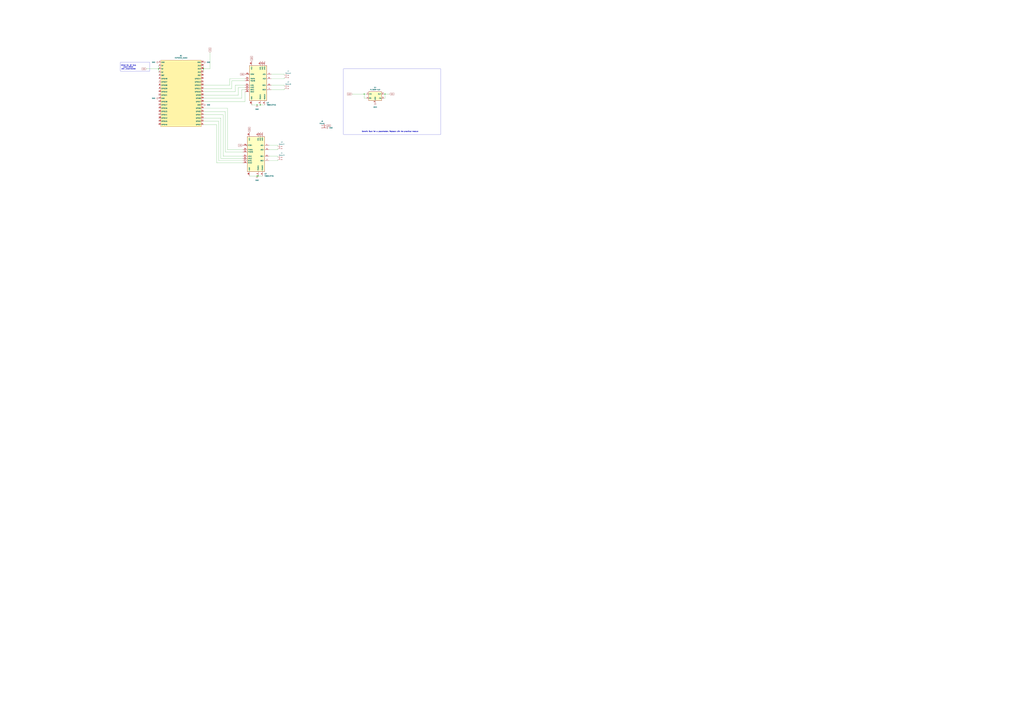
<source format=kicad_sch>
(kicad_sch (version 20250114) (generator "eeschema") (generator_version "9.0")
  (paper "A0")
  (lib_symbols
    (symbol "Connector:Conn_01x02_Pin" (pin_names (offset 1.016) (hide yes))
      (property "Reference" "J" (at 0 2.54 0))
      (property "Value" "Conn_01x02_Pin" (at 0 -5.08 0))
      (symbol "Conn_01x02_Pin_1_1"
        (rectangle (start 0.8636 0.127) (end 0 -0.127) (stroke (width 0.1524)) (fill (type outline)))
        (rectangle (start 0.8636 -2.413) (end 0 -2.667) (stroke (width 0.1524)) (fill (type outline)))
        (polyline (pts (xy 1.27 0) (xy 0.8636 0)) (stroke (width 0.1524)))
        (polyline (pts (xy 1.27 -2.54) (xy 0.8636 -2.54)) (stroke (width 0.1524)))
        (pin passive line (at 5.08 0 180) (length 3.81) (name "Pin_1") (number "1"))
        (pin passive line (at 5.08 -2.54 180) (length 3.81) (name "Pin_2") (number "2"))
      )
    )
    (symbol "Driver_Motor:TB6612FNG" (pin_names (offset 1.016))
      (property "Reference" "U" (at 11.43 17.78 0))
      (property "Value" "TB6612FNG" (at 11.43 15.24 0))
      (symbol "TB6612FNG_0_1"
        (rectangle (start -10.16 20.32) (end 10.16 -20.32) (stroke (width 0.254)) (fill (type background)))
      )
      (symbol "TB6612FNG_1_1"
        (pin input inverted (at -15.24 10.16 0) (length 5.08) (name "STBY") (number "19"))
        (pin input line (at -15.24 5.08 0) (length 5.08) (name "PWMA") (number "23"))
        (pin input line (at -15.24 2.54 0) (length 5.08) (name "PWMB") (number "15"))
        (pin input line (at -15.24 -2.54 0) (length 5.08) (name "AIN1") (number "21"))
        (pin input line (at -15.24 -5.08 0) (length 5.08) (name "AIN2") (number "22"))
        (pin input line (at -15.24 -7.62 0) (length 5.08) (name "BIN1") (number "17"))
        (pin input line (at -15.24 -10.16 0) (length 5.08) (name "BIN2") (number "16"))
        (pin power_in line (at -7.62 25.4 270) (length 5.08) (name "VCC") (number "20"))
        (pin power_in line (at -7.62 -25.4 90) (length 5.08) (name "GND") (number "18"))
        (pin power_in line (at 2.54 25.4 270) (length 5.08) (name "VM1") (number "24"))
        (pin power_in line (at 2.54 -25.4 90) (length 5.08) (name "PGND1") (number "3"))
        (pin passive line (at 2.54 -25.4 90) (length 5.08) (hide yes) (name "PGND1") (number "4"))
        (pin power_in line (at 5.08 25.4 270) (length 5.08) (name "VM2") (number "13"))
        (pin power_in line (at 7.62 25.4 270) (length 5.08) (name "VM3") (number "14"))
        (pin passive line (at 7.62 -25.4 90) (length 5.08) (hide yes) (name "PGND2") (number "10"))
        (pin power_in line (at 7.62 -25.4 90) (length 5.08) (name "PGND2") (number "9"))
        (pin output line (at 15.24 10.16 180) (length 5.08) (name "AO1") (number "1"))
        (pin passive line (at 15.24 10.16 180) (length 5.08) (hide yes) (name "AO1") (number "2"))
        (pin output line (at 15.24 5.08 180) (length 5.08) (name "AO2") (number "5"))
        (pin passive line (at 15.24 5.08 180) (length 5.08) (hide yes) (name "AO2") (number "6"))
        (pin output line (at 15.24 -2.54 180) (length 5.08) (name "BO1") (number "11"))
        (pin passive line (at 15.24 -2.54 180) (length 5.08) (hide yes) (name "BO1") (number "12"))
        (pin output line (at 15.24 -7.62 180) (length 5.08) (name "BO2") (number "7"))
        (pin passive line (at 15.24 -7.62 180) (length 5.08) (hide yes) (name "BO2") (number "8"))
      )
    )
    (symbol "ESP32S3_NANO:ESP32S3_NANO"
      (property "Reference" "B" (at 0 0 0))
      (property "Value" "ESP32S3_NANO" (at 0 0 0))
      (symbol "ESP32S3_NANO_1_1"
        (rectangle (start -22.86 -2.54) (end 24.13 -80.01) (fill (type color) (color 255 244 168 1)))
        (pin passive line (at -25.4 -5.08 0) (length 2.54) (name "GND") (number "1"))
        (pin power_in line (at -25.4 -8.89 0) (length 2.54) (name "5V") (number "2"))
        (pin power_in line (at -25.4 -12.7 0) (length 2.54) (name "5V") (number "3"))
        (pin power_in line (at -25.4 -16.51 0) (length 2.54) (name "5V") (number "4"))
        (pin bidirectional line (at -25.4 -20.32 0) (length 2.54) (name "BOT") (number "5"))
        (pin bidirectional line (at -25.4 -24.13 0) (length 2.54) (name "GPIO48") (number "6"))
        (pin bidirectional line (at -25.4 -27.94 0) (length 2.54) (name "GPIO37") (number "7"))
        (pin bidirectional line (at -25.4 -31.75 0) (length 2.54) (name "GPIO38") (number "8"))
        (pin bidirectional line (at -25.4 -35.56 0) (length 2.54) (name "GPIO39") (number "9"))
        (pin bidirectional line (at -25.4 -39.37 0) (length 2.54) (name "GPIO40") (number "10"))
        (pin bidirectional line (at -25.4 -43.18 0) (length 2.54) (name "GPIO21") (number "11"))
        (pin passive line (at -25.4 -46.99 0) (length 2.54) (name "GND") (number "12"))
        (pin bidirectional line (at -25.4 -50.8 0) (length 2.54) (name "GPIO18") (number "13"))
        (pin bidirectional line (at -25.4 -54.61 0) (length 2.54) (name "GPIO17") (number "14"))
        (pin power_in line (at -25.4 -58.42 0) (length 2.54) (name "GPIO16") (number "15"))
        (pin bidirectional line (at -25.4 -62.23 0) (length 2.54) (name "GPIO15") (number "16"))
        (pin bidirectional line (at -25.4 -66.04 0) (length 2.54) (name "GPIO41") (number "17"))
        (pin bidirectional line (at -25.4 -69.85 0) (length 2.54) (name "GPIO42") (number "18"))
        (pin bidirectional line (at -25.4 -73.66 0) (length 2.54) (name "GPIO45") (number "19"))
        (pin bidirectional line (at -25.4 -77.47 0) (length 2.54) (name "GPIO46") (number "20"))
        (pin output line (at 26.67 -5.08 180) (length 2.54) (name "GND") (number "40"))
        (pin bidirectional line (at 26.67 -8.89 180) (length 2.54) (name "3V3") (number "39"))
        (pin bidirectional line (at 26.67 -12.7 180) (length 2.54) (name "3V3") (number "38"))
        (pin bidirectional line (at 26.67 -16.51 180) (length 2.54) (name "3V3") (number "37"))
        (pin input line (at 26.67 -20.32 180) (length 2.54) (name "RST") (number "36"))
        (pin output line (at 26.67 -24.13 180) (length 2.54) (name "GPIO14") (number "35"))
        (pin output line (at 26.67 -27.94 180) (length 2.54) (name "GPIO13") (number "34"))
        (pin output line (at 26.67 -31.75 180) (length 2.54) (name "GPIO12") (number "33"))
        (pin output line (at 26.67 -35.56 180) (length 2.54) (name "GPIO11") (number "32"))
        (pin output line (at 26.67 -39.37 180) (length 2.54) (name "GPIO10") (number "31"))
        (pin output line (at 26.67 -43.18 180) (length 2.54) (name "GPIO9") (number "30"))
        (pin output line (at 26.67 -46.99 180) (length 2.54) (name "GPIO8") (number "29"))
        (pin output line (at 26.67 -50.8 180) (length 2.54) (name "GPIO7") (number "28"))
        (pin output line (at 26.67 -54.61 180) (length 2.54) (name "GND") (number "27"))
        (pin output line (at 26.67 -58.42 180) (length 2.54) (name "GPIO6") (number "26"))
        (pin output line (at 26.67 -62.23 180) (length 2.54) (name "GPIO5") (number "25"))
        (pin output line (at 26.67 -66.04 180) (length 2.54) (name "GPIO4") (number "24"))
        (pin output line (at 26.67 -69.85 180) (length 2.54) (name "GPIO3") (number "23"))
        (pin output line (at 26.67 -73.66 180) (length 2.54) (name "GPIO2") (number "22"))
        (pin output line (at 26.67 -77.47 180) (length 2.54) (name "GPIO1") (number "21"))
      )
    )
    (symbol "Regulator_Switching:XL1509-5.0"
      (property "Reference" "U" (at -7.112 6.096 0))
      (property "Value" "XL1509-5.0" (at 5.842 6.096 0))
      (symbol "XL1509-5.0_0_1"
        (rectangle (start -7.62 5.08) (end 7.62 -5.08) (stroke (width 0.254)) (fill (type background)))
      )
      (symbol "XL1509-5.0_1_1"
        (pin power_in line (at -10.16 2.54 0) (length 2.54) (name "VIN") (number "1"))
        (pin input line (at -10.16 -2.54 0) (length 2.54) (name "~{EN}") (number "4"))
        (pin power_in line (at 0 -7.62 90) (length 2.54) (name "GND") (number "5"))
        (pin passive line (at 0 -7.62 90) (length 2.54) (hide yes) (name "GND") (number "6"))
        (pin passive line (at 0 -7.62 90) (length 2.54) (hide yes) (name "GND") (number "7"))
        (pin passive line (at 0 -7.62 90) (length 2.54) (hide yes) (name "GND") (number "8"))
        (pin power_out line (at 10.16 2.54 180) (length 2.54) (name "OUT") (number "2"))
        (pin input line (at 10.16 -2.54 180) (length 2.54) (name "FB") (number "3"))
      )
    )
    (symbol "power:GND" (power) (pin_numbers (hide yes)) (pin_names (offset 0) (hide yes))
      (property "Value" "GND" (at 0 -3.81 0))
      (symbol "GND_0_1"
        (polyline (pts (xy 0 0) (xy 0 -1.27) (xy 1.27 -1.27) (xy 0 -2.54) (xy -1.27 -1.27) (xy 0 -1.27)))
      )
      (symbol "GND_1_1"
        (pin power_in line (at 0 0 270) (length 0) (name "~") (number "1"))
      )
    )
  )
  (rectangle (start 398.78 80.01) (end 511.81 156.21))
  (rectangle (start 173.99 72.39) (end 139.7 82.55))
  (text "Either 5V, Or 3v3.\nLeave either \none unconnected" (at 149.352 77.978 0) (effects (font (size 1.27 1.27) (thickness 0.254) (bold yes))))
  (text "Generic Buck for a placeholder. Replace with the practical module" (at 452.882 152.908 0) (effects (font (size 1.27 1.27) (thickness 0.254) (bold yes))))
  (junction (at 299.72 204.47))
  (junction (at 302.26 121.92))
  (junction (at 447.04 109.22))
  (junction (at 298.45 121.92))
  (junction (at 184.15 80.01))
  (junction (at 236.22 80.01))
  (junction (at 298.45 204.47))
  (junction (at 422.91 109.22))
  (wire (pts (xy 312.42 186.69) (xy 322.58 186.69)))
  (wire (pts (xy 302.26 121.92) (xy 307.34 121.92)))
  (wire (pts (xy 236.22 99.06) (xy 266.7 99.06)))
  (wire (pts (xy 284.48 118.11) (xy 284.48 106.68)))
  (wire (pts (xy 298.45 121.92) (xy 302.26 121.92)))
  (wire (pts (xy 322.58 181.61) (xy 322.58 182.88)))
  (wire (pts (xy 266.7 91.44) (xy 284.48 91.44)))
  (wire (pts (xy 256.54 137.16) (xy 236.22 137.16)))
  (wire (pts (xy 236.22 118.11) (xy 284.48 118.11)))
  (wire (pts (xy 314.96 86.36) (xy 330.2 86.36)))
  (wire (pts (xy 184.15 80.01) (xy 184.15 83.82)))
  (wire (pts (xy 312.42 181.61) (xy 322.58 181.61)))
  (wire (pts (xy 236.22 125.73) (xy 264.16 125.73)))
  (wire (pts (xy 280.67 114.3) (xy 280.67 104.14)))
  (wire (pts (xy 236.22 80.01) (xy 236.22 83.82)))
  (wire (pts (xy 251.46 144.78) (xy 236.22 144.78)))
  (wire (pts (xy 236.22 133.35) (xy 259.08 133.35)))
  (wire (pts (xy 408.94 109.22) (xy 422.91 109.22)))
  (wire (pts (xy 236.22 129.54) (xy 261.62 129.54)))
  (wire (pts (xy 322.58 186.69) (xy 322.58 185.42)))
  (wire (pts (xy 330.2 104.14) (xy 330.2 102.87)))
  (wire (pts (xy 269.24 93.98) (xy 284.48 93.98)))
  (wire (pts (xy 264.16 173.99) (xy 281.94 173.99)))
  (wire (pts (xy 330.2 91.44) (xy 330.2 90.17)))
  (wire (pts (xy 281.94 189.23) (xy 251.46 189.23)))
  (wire (pts (xy 322.58 168.91) (xy 322.58 170.18)))
  (wire (pts (xy 322.58 173.99) (xy 322.58 172.72)))
  (wire (pts (xy 273.05 106.68) (xy 273.05 99.06)))
  (wire (pts (xy 184.15 80.01) (xy 170.18 80.01)))
  (wire (pts (xy 236.22 106.68) (xy 273.05 106.68)))
  (wire (pts (xy 299.72 204.47) (xy 304.8 204.47)))
  (wire (pts (xy 243.84 60.96) (xy 243.84 80.01)))
  (wire (pts (xy 254 186.69) (xy 281.94 186.69)))
  (wire (pts (xy 447.04 109.22) (xy 445.77 109.22)))
  (wire (pts (xy 236.22 110.49) (xy 276.86 110.49)))
  (wire (pts (xy 261.62 176.53) (xy 281.94 176.53)))
  (wire (pts (xy 254 140.97) (xy 254 186.69)))
  (wire (pts (xy 184.15 76.2) (xy 184.15 80.01)))
  (wire (pts (xy 330.2 86.36) (xy 330.2 87.63)))
  (wire (pts (xy 269.24 102.87) (xy 269.24 93.98)))
  (wire (pts (xy 422.91 109.22) (xy 425.45 109.22)))
  (wire (pts (xy 281.94 184.15) (xy 256.54 184.15)))
  (wire (pts (xy 330.2 99.06) (xy 330.2 100.33)))
  (wire (pts (xy 259.08 181.61) (xy 281.94 181.61)))
  (wire (pts (xy 236.22 80.01) (xy 243.84 80.01)))
  (wire (pts (xy 236.22 102.87) (xy 269.24 102.87)))
  (wire (pts (xy 314.96 99.06) (xy 330.2 99.06)))
  (wire (pts (xy 261.62 129.54) (xy 261.62 176.53)))
  (wire (pts (xy 425.45 114.3) (xy 422.91 114.3)))
  (wire (pts (xy 276.86 101.6) (xy 284.48 101.6)))
  (wire (pts (xy 447.04 114.3) (xy 447.04 109.22)))
  (wire (pts (xy 264.16 125.73) (xy 264.16 173.99)))
  (wire (pts (xy 289.56 204.47) (xy 298.45 204.47)))
  (wire (pts (xy 280.67 104.14) (xy 284.48 104.14)))
  (wire (pts (xy 292.1 121.92) (xy 298.45 121.92)))
  (wire (pts (xy 314.96 104.14) (xy 330.2 104.14)))
  (wire (pts (xy 422.91 114.3) (xy 422.91 109.22)))
  (wire (pts (xy 266.7 99.06) (xy 266.7 91.44)))
  (wire (pts (xy 236.22 140.97) (xy 254 140.97)))
  (wire (pts (xy 452.12 109.22) (xy 447.04 109.22)))
  (wire (pts (xy 256.54 184.15) (xy 256.54 137.16)))
  (wire (pts (xy 298.45 204.47) (xy 299.72 204.47)))
  (wire (pts (xy 273.05 99.06) (xy 284.48 99.06)))
  (wire (pts (xy 445.77 114.3) (xy 447.04 114.3)))
  (wire (pts (xy 312.42 168.91) (xy 322.58 168.91)))
  (wire (pts (xy 314.96 91.44) (xy 330.2 91.44)))
  (wire (pts (xy 236.22 114.3) (xy 280.67 114.3)))
  (wire (pts (xy 251.46 189.23) (xy 251.46 144.78)))
  (wire (pts (xy 259.08 133.35) (xy 259.08 181.61)))
  (wire (pts (xy 276.86 110.49) (xy 276.86 101.6)))
  (wire (pts (xy 236.22 76.2) (xy 236.22 80.01)))
  (wire (pts (xy 312.42 173.99) (xy 322.58 173.99)))
  (global_label "12V" (shape input) (at 408.94 109.22 180) (effects (font (thickness 0.1588))) (property "Intersheetrefs" "${INTERSHEET_REFS}" (effects (hide yes))))
  (global_label "VIN" (shape input) (at 281.94 168.91 180) (property "Intersheetrefs" "${INTERSHEET_REFS}" (effects (hide yes))))
  (global_label "VIN" (shape input) (at 378.46 146.05 0) (property "Intersheetrefs" "${INTERSHEET_REFS}" (effects (hide yes))))
  (global_label "12V" (shape input) (at 289.56 153.67 90) (effects (font (thickness 0.1588))) (property "Intersheetrefs" "${INTERSHEET_REFS}" (effects (hide yes))))
  (global_label "VIN" (shape input) (at 243.84 60.96 90) (property "Intersheetrefs" "${INTERSHEET_REFS}" (effects (hide yes))))
  (global_label "12V" (shape input) (at 292.1 71.12 90) (effects (font (thickness 0.1588))) (property "Intersheetrefs" "${INTERSHEET_REFS}" (effects (hide yes))))
  (global_label "VIN" (shape input) (at 170.18 80.01 180) (property "Intersheetrefs" "${INTERSHEET_REFS}" (effects (hide yes))))
  (global_label "VIN" (shape input) (at 452.12 109.22 0) (property "Intersheetrefs" "${INTERSHEET_REFS}" (effects (hide yes))))
  (global_label "VIN" (shape input) (at 284.48 86.36 180) (property "Intersheetrefs" "${INTERSHEET_REFS}" (effects (hide yes))))
  (symbol (lib_id "Connector:Conn_01x02_Pin") (at 373.38 146.05 0) (unit 1)
    (property "Reference" "J5" (at 374.015 140.97 0))
    (property "Value" "Power" (at 374.015 143.51 0))
    (property "Description" "Generic connector, single row, 01x02, script generated" (effects (hide yes)))
  )
  (symbol (lib_id "power:GND") (at 378.46 148.59 90) (unit 1)
    (property "Reference" "#PWR01" (effects (hide yes)))
    (property "Value" "GND" (at 382.27 148.5899 90) (effects (justify right)))
    (property "Description" "Power symbol creates a global label with name \"GND\" , ground" (effects (hide yes)))
  )
  (symbol (lib_id "power:GND") (at 184.15 72.39 270) (unit 1)
    (property "Reference" "#PWR02" (effects (hide yes)))
    (property "Value" "GND" (at 180.34 72.3899 90) (effects (justify right)))
    (property "Description" "Power symbol creates a global label with name \"GND\" , ground" (effects (hide yes)))
  )
  (symbol (lib_id "power:GND") (at 184.15 114.3 270) (unit 1)
    (property "Reference" "#PWR08" (effects (hide yes)))
    (property "Value" "GND" (at 180.34 114.2999 90) (effects (justify right)))
    (property "Description" "Power symbol creates a global label with name \"GND\" , ground" (effects (hide yes)))
  )
  (symbol (lib_id "power:GND") (at 236.22 72.39 90) (unit 1)
    (property "Reference" "#PWR06" (effects (hide yes)))
    (property "Value" "GND" (at 240.03 72.3899 90) (effects (justify right)))
    (property "Description" "Power symbol creates a global label with name \"GND\" , ground" (effects (hide yes)))
  )
  (symbol (lib_id "Driver_Motor:TB6612FNG") (at 299.72 96.52 0) (unit 1)
    (property "Reference" "U2" (at 309.4833 119.38 0) (effects (justify left)))
    (property "Value" "TB6612FNG" (at 309.4833 121.92 0) (effects (justify left)))
    (property "Footprint" "Package_SO:SSOP-24_5.3x8.2mm_P0.65mm" (effects (hide yes)))
    (property "Datasheet" "https://toshiba.semicon-storage.com/us/product/linear/motordriver/detail.TB6612FNG.html" (effects (hide yes)))
    (property "Description" "Driver IC for Dual DC motor, SSOP-24" (effects (hide yes)))
  )
  (symbol (lib_id "Connector:Conn_01x02_Pin") (at 327.66 182.88 0) (mirror y) (unit 1)
    (property "Reference" "J4" (at 327.025 177.8 0))
    (property "Value" "MotorD" (at 327.025 180.34 0))
    (property "Description" "Generic connector, single row, 01x02, script generated" (effects (hide yes)))
  )
  (symbol (lib_id "Regulator_Switching:XL1509-5.0") (at 435.61 111.76 0) (unit 1)
    (property "Reference" "U4" (at 435.61 101.6 0))
    (property "Value" "XL1509-5.0" (at 435.61 104.14 0))
    (property "Footprint" "Package_SO:SOIC-8_3.9x4.9mm_P1.27mm" (effects (hide yes)))
    (property "Datasheet" "https://datasheet.lcsc.com/lcsc/1809050422_XLSEMI-XL1509-5-0E1_C61063.pdf" (effects (hide yes)))
    (property "Description" "Buck DC/DC Converter, 2A, 5V Output Voltage, 7-40V Input Voltage" (effects (hide yes)))
  )
  (symbol (lib_id "Connector:Conn_01x02_Pin") (at 327.66 170.18 0) (mirror y) (unit 1)
    (property "Reference" "J3" (at 327.025 165.1 0))
    (property "Value" "MotorC" (at 327.025 167.64 0))
    (property "Description" "Generic connector, single row, 01x02, script generated" (effects (hide yes)))
  )
  (symbol (lib_id "power:GND") (at 298.45 204.47 0) (unit 1)
    (property "Reference" "#PWR03" (effects (hide yes)))
    (property "Value" "GND" (at 298.45 209.55 0))
    (property "Description" "Power symbol creates a global label with name \"GND\" , ground" (effects (hide yes)))
  )
  (symbol (lib_id "Connector:Conn_01x02_Pin") (at 335.28 87.63 0) (mirror y) (unit 1)
    (property "Reference" "J1" (at 334.645 82.55 0))
    (property "Value" "MotorA" (at 334.645 85.09 0))
    (property "Description" "Generic connector, single row, 01x02, script generated" (effects (hide yes)))
  )
  (symbol (lib_id "power:GND") (at 298.45 121.92 0) (unit 1)
    (property "Reference" "#PWR04" (effects (hide yes)))
    (property "Value" "GND" (at 298.45 127 0))
    (property "Description" "Power symbol creates a global label with name \"GND\" , ground" (effects (hide yes)))
  )
  (symbol (lib_id "power:GND") (at 435.61 119.38 0) (unit 1)
    (property "Reference" "#PWR05" (effects (hide yes)))
    (property "Value" "GND" (at 435.61 124.46 0))
    (property "Description" "Power symbol creates a global label with name \"GND\" , ground" (effects (hide yes)))
  )
  (symbol (lib_id "power:GND") (at 236.22 121.92 90) (unit 1)
    (property "Reference" "#PWR07" (effects (hide yes)))
    (property "Value" "GND" (at 240.03 121.9199 90) (effects (justify right)))
    (property "Description" "Power symbol creates a global label with name \"GND\" , ground" (effects (hide yes)))
  )
  (symbol (lib_id "Driver_Motor:TB6612FNG") (at 297.18 179.07 0) (unit 1)
    (property "Reference" "U3" (at 306.9433 201.93 0) (effects (justify left)))
    (property "Value" "TB6612FNG" (at 306.9433 204.47 0) (effects (justify left)))
    (property "Footprint" "Package_SO:SSOP-24_5.3x8.2mm_P0.65mm" (effects (hide yes)))
    (property "Datasheet" "https://toshiba.semicon-storage.com/us/product/linear/motordriver/detail.TB6612FNG.html" (effects (hide yes)))
    (property "Description" "Driver IC for Dual DC motor, SSOP-24" (effects (hide yes)))
  )
  (symbol (lib_id "ESP32S3_NANO:ESP32S3_NANO") (at 209.55 67.31 0) (unit 1)
    (property "Reference" "B1" (at 210.185 64.77 0))
    (property "Value" "ESP32S3_NANO" (at 210.185 67.31 0))
    (property "Footprint" "ESP32S3_NANO:ESP32S3_NANO" (effects (hide yes)))
  )
  (symbol (lib_id "Connector:Conn_01x02_Pin") (at 335.28 100.33 0) (mirror y) (unit 1)
    (property "Reference" "J2" (at 334.645 95.25 0))
    (property "Value" "MotorB" (at 334.645 97.79 0))
    (property "Description" "Generic connector, single row, 01x02, script generated" (effects (hide yes)))
  )
)
</source>
